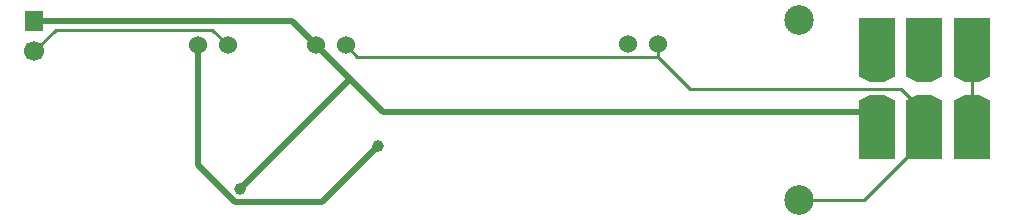
<source format=gbl>
G04 Layer: BottomLayer*
G04 EasyEDA v6.5.38, 2023-11-27 20:20:40*
G04 1703934f7ba948e8a81f3d05deb6a35c,f4da18da4fdc4ae59b3404ca65e04972,10*
G04 Gerber Generator version 0.2*
G04 Scale: 100 percent, Rotated: No, Reflected: No *
G04 Dimensions in millimeters *
G04 leading zeros omitted , absolute positions ,4 integer and 5 decimal *
%FSLAX45Y45*%
%MOMM*%

%AMMACRO1*4,1,8,-1.5,2.75,1.5,2.75,1.5,-2.25,1.5,-2.25,0.5,-2.75,-0.5,-2.75,-1.5,-2.25,-1.5,-2.25,-1.5,2.75,0*%
%AMMACRO2*4,1,8,1.5,-2.75,-1.5,-2.75,-1.5,2.25,-1.5,2.25,-0.5,2.75,0.5,2.75,1.5,2.25,1.5,2.25,1.5,-2.75,0*%
%ADD10C,0.2540*%
%ADD11C,0.5000*%
%ADD12C,1.5240*%
%ADD13MACRO1*%
%ADD14MACRO2*%
%ADD15C,2.5000*%
%ADD16R,1.5748X1.7000*%
%ADD17C,1.7000*%
%ADD18C,1.0000*%

%LPD*%
D10*
X6235598Y5365800D02*
G01*
X6235598Y5765800D01*
X-1701800Y5880100D02*
G01*
X-1518386Y6063513D01*
X-196113Y6063513D01*
X-63500Y5930900D01*
X5835599Y5365800D02*
G01*
X5835599Y5130266D01*
X5328132Y4622800D01*
X4775200Y4622800D01*
X3581400Y5835878D02*
G01*
X1034821Y5835878D01*
X939800Y5930900D01*
X5835599Y5365800D02*
G01*
X5635599Y5565800D01*
X3851478Y5565800D01*
X3581400Y5835878D01*
X3581400Y5835878D02*
G01*
X3581400Y5943600D01*
D11*
X-317500Y5930900D02*
G01*
X-317500Y4919827D01*
X-4241Y4606569D01*
X731189Y4606569D01*
X1206550Y5081930D01*
X973404Y5643321D02*
G01*
X44678Y4714595D01*
X5435600Y5365800D02*
G01*
X1250899Y5365800D01*
X973404Y5643321D01*
X973404Y5643321D02*
G01*
X685800Y5930900D01*
X-1701800Y6134100D02*
G01*
X482600Y6134100D01*
X685800Y5930900D01*
D12*
G01*
X3327400Y5943600D03*
G01*
X3581400Y5943600D03*
D13*
G01*
X5835599Y5890799D03*
G01*
X5435600Y5890799D03*
G01*
X6235598Y5890799D03*
D14*
G01*
X5435600Y5240801D03*
G01*
X5835599Y5240801D03*
G01*
X6235598Y5240801D03*
D12*
G01*
X-317500Y5930900D03*
G01*
X-63500Y5930900D03*
G01*
X685800Y5930900D03*
G01*
X939800Y5930900D03*
D15*
G01*
X4775200Y6146800D03*
G01*
X4775200Y4622800D03*
D16*
G01*
X-1701800Y6134100D03*
D17*
G01*
X-1701800Y5880100D03*
D18*
G01*
X44678Y4714595D03*
G01*
X1206550Y5081930D03*
M02*

</source>
